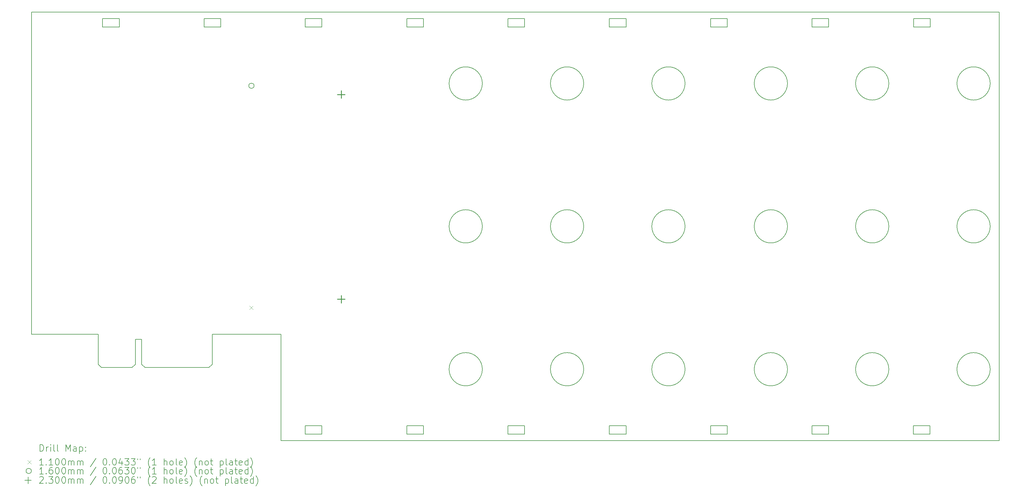
<source format=gbr>
%TF.GenerationSoftware,KiCad,Pcbnew,6.0.7-f9a2dced07~116~ubuntu22.04.1*%
%TF.CreationDate,2023-04-06T14:06:33+01:00*%
%TF.ProjectId,hiltop_backplane_brd,68696c74-6f70-45f6-9261-636b706c616e,A*%
%TF.SameCoordinates,Original*%
%TF.FileFunction,Drillmap*%
%TF.FilePolarity,Positive*%
%FSLAX45Y45*%
G04 Gerber Fmt 4.5, Leading zero omitted, Abs format (unit mm)*
G04 Created by KiCad (PCBNEW 6.0.7-f9a2dced07~116~ubuntu22.04.1) date 2023-04-06 14:06:33*
%MOMM*%
%LPD*%
G01*
G04 APERTURE LIST*
%ADD10C,0.150000*%
%ADD11C,0.200000*%
%ADD12C,0.110000*%
%ADD13C,0.160000*%
%ADD14C,0.230000*%
G04 APERTURE END LIST*
D10*
X17984000Y-5070000D02*
G75*
G03*
X17984000Y-5070000I-500000J0D01*
G01*
X21032000Y-5070000D02*
G75*
G03*
X21032000Y-5070000I-500000J0D01*
G01*
X24080000Y-5070000D02*
G75*
G03*
X24080000Y-5070000I-500000J0D01*
G01*
X21032000Y-9370000D02*
G75*
G03*
X21032000Y-9370000I-500000J0D01*
G01*
X24080000Y-9370000D02*
G75*
G03*
X24080000Y-9370000I-500000J0D01*
G01*
X17984000Y-13670000D02*
G75*
G03*
X17984000Y-13670000I-500000J0D01*
G01*
X21032000Y-13670000D02*
G75*
G03*
X21032000Y-13670000I-500000J0D01*
G01*
X24080000Y-13670000D02*
G75*
G03*
X24080000Y-13670000I-500000J0D01*
G01*
X17984000Y-9370000D02*
G75*
G03*
X17984000Y-9370000I-500000J0D01*
G01*
X24850000Y-3115000D02*
X24850000Y-3375000D01*
X28400000Y-3375000D02*
X28400000Y-3115000D01*
X27160000Y-13670000D02*
G75*
G03*
X27160000Y-13670000I-500000J0D01*
G01*
X6530000Y-13620000D02*
X7450000Y-13620000D01*
X7550000Y-13520000D02*
X7550000Y-12770000D01*
X24850000Y-3375000D02*
X25350000Y-3375000D01*
X13160000Y-15625000D02*
X13160000Y-15365000D01*
X15710000Y-3115000D02*
X15710000Y-3375000D01*
X13160000Y-15365000D02*
X12660000Y-15365000D01*
X19255000Y-15365000D02*
X18755000Y-15365000D01*
X6565000Y-3375000D02*
X7065000Y-3375000D01*
X16210000Y-3115000D02*
X15710000Y-3115000D01*
X10115000Y-3375000D02*
X10115000Y-3115000D01*
X12660000Y-15625000D02*
X13160000Y-15625000D01*
X16210000Y-15625000D02*
X16210000Y-15365000D01*
X27900000Y-3115000D02*
X27900000Y-3375000D01*
X12660000Y-3115000D02*
X12660000Y-3375000D01*
X9615000Y-3115000D02*
X9615000Y-3375000D01*
X9860000Y-12620000D02*
X11930000Y-12620000D01*
X13160000Y-3115000D02*
X12660000Y-3115000D01*
X22305000Y-15365000D02*
X21805000Y-15365000D01*
X19255000Y-3375000D02*
X19255000Y-3115000D01*
X30945000Y-15365000D02*
X30945000Y-15625000D01*
X28400000Y-15365000D02*
X27900000Y-15365000D01*
X7065000Y-3115000D02*
X6565000Y-3115000D01*
X16210000Y-3375000D02*
X16210000Y-3115000D01*
X30208000Y-13670000D02*
G75*
G03*
X30208000Y-13670000I-500000J0D01*
G01*
X30945000Y-15625000D02*
X31445000Y-15625000D01*
X28400000Y-15625000D02*
X28400000Y-15365000D01*
X24850000Y-15625000D02*
X25350000Y-15625000D01*
X15710000Y-15625000D02*
X16210000Y-15625000D01*
X24850000Y-15365000D02*
X24850000Y-15625000D01*
X21805000Y-15625000D02*
X22305000Y-15625000D01*
X21805000Y-3115000D02*
X21805000Y-3375000D01*
X16210000Y-15365000D02*
X15710000Y-15365000D01*
X33256000Y-9370000D02*
G75*
G03*
X33256000Y-9370000I-500000J0D01*
G01*
X7550000Y-13520000D02*
X7450000Y-13620000D01*
X12660000Y-15365000D02*
X12660000Y-15625000D01*
X31445000Y-15365000D02*
X30945000Y-15365000D01*
X9760000Y-13620000D02*
X9860000Y-13520000D01*
X15710000Y-3375000D02*
X16210000Y-3375000D01*
X33256000Y-5070000D02*
G75*
G03*
X33256000Y-5070000I-500000J0D01*
G01*
X7065000Y-3375000D02*
X7065000Y-3115000D01*
X22305000Y-15625000D02*
X22305000Y-15365000D01*
X27160000Y-5070000D02*
G75*
G03*
X27160000Y-5070000I-500000J0D01*
G01*
X6565000Y-3115000D02*
X6565000Y-3375000D01*
X19255000Y-3115000D02*
X18755000Y-3115000D01*
X30208000Y-9370000D02*
G75*
G03*
X30208000Y-9370000I-500000J0D01*
G01*
X18755000Y-15365000D02*
X18755000Y-15625000D01*
X4430000Y-2920000D02*
X33530000Y-2920000D01*
X13160000Y-3375000D02*
X13160000Y-3115000D01*
X9615000Y-3375000D02*
X10115000Y-3375000D01*
X18755000Y-3375000D02*
X19255000Y-3375000D01*
X6430000Y-13520000D02*
X6430000Y-12620000D01*
X31450000Y-3115000D02*
X30950000Y-3115000D01*
X21805000Y-15365000D02*
X21805000Y-15625000D01*
X27160000Y-9370000D02*
G75*
G03*
X27160000Y-9370000I-500000J0D01*
G01*
X25350000Y-3375000D02*
X25350000Y-3115000D01*
X27900000Y-15625000D02*
X28400000Y-15625000D01*
X33256000Y-13670000D02*
G75*
G03*
X33256000Y-13670000I-500000J0D01*
G01*
X7740000Y-13520000D02*
X7840000Y-13620000D01*
X11930000Y-13620000D02*
X11930000Y-15820000D01*
X30950000Y-3115000D02*
X30950000Y-3375000D01*
X4430000Y-12620000D02*
X4430000Y-2920000D01*
X21805000Y-3375000D02*
X22305000Y-3375000D01*
X31445000Y-15625000D02*
X31445000Y-15365000D01*
X28400000Y-3115000D02*
X27900000Y-3115000D01*
X11930000Y-12620000D02*
X11930000Y-13620000D01*
X7840000Y-13620000D02*
X9760000Y-13620000D01*
X27900000Y-15365000D02*
X27900000Y-15625000D01*
X27900000Y-3375000D02*
X28400000Y-3375000D01*
X25350000Y-15365000D02*
X24850000Y-15365000D01*
X6430000Y-13520000D02*
X6530000Y-13620000D01*
X18755000Y-15625000D02*
X19255000Y-15625000D01*
X7550000Y-12770000D02*
X7740000Y-12770000D01*
X10115000Y-3115000D02*
X9615000Y-3115000D01*
X19255000Y-15625000D02*
X19255000Y-15365000D01*
X25350000Y-3115000D02*
X24850000Y-3115000D01*
X12660000Y-3375000D02*
X13160000Y-3375000D01*
X9860000Y-13520000D02*
X9860000Y-12770000D01*
X33530000Y-2920000D02*
X33530000Y-15820000D01*
X18755000Y-3115000D02*
X18755000Y-3375000D01*
X30208000Y-5070000D02*
G75*
G03*
X30208000Y-5070000I-500000J0D01*
G01*
X15710000Y-15365000D02*
X15710000Y-15625000D01*
X22305000Y-3115000D02*
X21805000Y-3115000D01*
X9860000Y-12770000D02*
X9860000Y-12620000D01*
X33530000Y-15820000D02*
X11930000Y-15820000D01*
X30950000Y-3375000D02*
X31450000Y-3375000D01*
X25350000Y-15625000D02*
X25350000Y-15365000D01*
X7740000Y-12770000D02*
X7740000Y-13520000D01*
X31450000Y-3375000D02*
X31450000Y-3115000D01*
X6430000Y-12620000D02*
X4430000Y-12620000D01*
X22305000Y-3375000D02*
X22305000Y-3115000D01*
D11*
D12*
X10985000Y-11765000D02*
X11095000Y-11875000D01*
X11095000Y-11765000D02*
X10985000Y-11875000D01*
D13*
X11120000Y-5140000D02*
G75*
G03*
X11120000Y-5140000I-80000J0D01*
G01*
D14*
X13740000Y-5285000D02*
X13740000Y-5515000D01*
X13625000Y-5400000D02*
X13855000Y-5400000D01*
X13740000Y-11445000D02*
X13740000Y-11675000D01*
X13625000Y-11560000D02*
X13855000Y-11560000D01*
D11*
X4680119Y-16137976D02*
X4680119Y-15937976D01*
X4727738Y-15937976D01*
X4756310Y-15947500D01*
X4775357Y-15966548D01*
X4784881Y-15985595D01*
X4794405Y-16023690D01*
X4794405Y-16052262D01*
X4784881Y-16090357D01*
X4775357Y-16109405D01*
X4756310Y-16128452D01*
X4727738Y-16137976D01*
X4680119Y-16137976D01*
X4880119Y-16137976D02*
X4880119Y-16004643D01*
X4880119Y-16042738D02*
X4889643Y-16023690D01*
X4899167Y-16014167D01*
X4918214Y-16004643D01*
X4937262Y-16004643D01*
X5003929Y-16137976D02*
X5003929Y-16004643D01*
X5003929Y-15937976D02*
X4994405Y-15947500D01*
X5003929Y-15957024D01*
X5013452Y-15947500D01*
X5003929Y-15937976D01*
X5003929Y-15957024D01*
X5127738Y-16137976D02*
X5108690Y-16128452D01*
X5099167Y-16109405D01*
X5099167Y-15937976D01*
X5232500Y-16137976D02*
X5213452Y-16128452D01*
X5203929Y-16109405D01*
X5203929Y-15937976D01*
X5461071Y-16137976D02*
X5461071Y-15937976D01*
X5527738Y-16080833D01*
X5594405Y-15937976D01*
X5594405Y-16137976D01*
X5775357Y-16137976D02*
X5775357Y-16033214D01*
X5765833Y-16014167D01*
X5746786Y-16004643D01*
X5708690Y-16004643D01*
X5689643Y-16014167D01*
X5775357Y-16128452D02*
X5756309Y-16137976D01*
X5708690Y-16137976D01*
X5689643Y-16128452D01*
X5680119Y-16109405D01*
X5680119Y-16090357D01*
X5689643Y-16071309D01*
X5708690Y-16061786D01*
X5756309Y-16061786D01*
X5775357Y-16052262D01*
X5870595Y-16004643D02*
X5870595Y-16204643D01*
X5870595Y-16014167D02*
X5889643Y-16004643D01*
X5927738Y-16004643D01*
X5946786Y-16014167D01*
X5956309Y-16023690D01*
X5965833Y-16042738D01*
X5965833Y-16099881D01*
X5956309Y-16118928D01*
X5946786Y-16128452D01*
X5927738Y-16137976D01*
X5889643Y-16137976D01*
X5870595Y-16128452D01*
X6051548Y-16118928D02*
X6061071Y-16128452D01*
X6051548Y-16137976D01*
X6042024Y-16128452D01*
X6051548Y-16118928D01*
X6051548Y-16137976D01*
X6051548Y-16014167D02*
X6061071Y-16023690D01*
X6051548Y-16033214D01*
X6042024Y-16023690D01*
X6051548Y-16014167D01*
X6051548Y-16033214D01*
D12*
X4312500Y-16412500D02*
X4422500Y-16522500D01*
X4422500Y-16412500D02*
X4312500Y-16522500D01*
D11*
X4784881Y-16557976D02*
X4670595Y-16557976D01*
X4727738Y-16557976D02*
X4727738Y-16357976D01*
X4708690Y-16386548D01*
X4689643Y-16405595D01*
X4670595Y-16415119D01*
X4870595Y-16538928D02*
X4880119Y-16548452D01*
X4870595Y-16557976D01*
X4861071Y-16548452D01*
X4870595Y-16538928D01*
X4870595Y-16557976D01*
X5070595Y-16557976D02*
X4956310Y-16557976D01*
X5013452Y-16557976D02*
X5013452Y-16357976D01*
X4994405Y-16386548D01*
X4975357Y-16405595D01*
X4956310Y-16415119D01*
X5194405Y-16357976D02*
X5213452Y-16357976D01*
X5232500Y-16367500D01*
X5242024Y-16377024D01*
X5251548Y-16396071D01*
X5261071Y-16434167D01*
X5261071Y-16481786D01*
X5251548Y-16519881D01*
X5242024Y-16538928D01*
X5232500Y-16548452D01*
X5213452Y-16557976D01*
X5194405Y-16557976D01*
X5175357Y-16548452D01*
X5165833Y-16538928D01*
X5156310Y-16519881D01*
X5146786Y-16481786D01*
X5146786Y-16434167D01*
X5156310Y-16396071D01*
X5165833Y-16377024D01*
X5175357Y-16367500D01*
X5194405Y-16357976D01*
X5384881Y-16357976D02*
X5403929Y-16357976D01*
X5422976Y-16367500D01*
X5432500Y-16377024D01*
X5442024Y-16396071D01*
X5451548Y-16434167D01*
X5451548Y-16481786D01*
X5442024Y-16519881D01*
X5432500Y-16538928D01*
X5422976Y-16548452D01*
X5403929Y-16557976D01*
X5384881Y-16557976D01*
X5365833Y-16548452D01*
X5356310Y-16538928D01*
X5346786Y-16519881D01*
X5337262Y-16481786D01*
X5337262Y-16434167D01*
X5346786Y-16396071D01*
X5356310Y-16377024D01*
X5365833Y-16367500D01*
X5384881Y-16357976D01*
X5537262Y-16557976D02*
X5537262Y-16424643D01*
X5537262Y-16443690D02*
X5546786Y-16434167D01*
X5565833Y-16424643D01*
X5594405Y-16424643D01*
X5613452Y-16434167D01*
X5622976Y-16453214D01*
X5622976Y-16557976D01*
X5622976Y-16453214D02*
X5632500Y-16434167D01*
X5651548Y-16424643D01*
X5680119Y-16424643D01*
X5699167Y-16434167D01*
X5708690Y-16453214D01*
X5708690Y-16557976D01*
X5803928Y-16557976D02*
X5803928Y-16424643D01*
X5803928Y-16443690D02*
X5813452Y-16434167D01*
X5832500Y-16424643D01*
X5861071Y-16424643D01*
X5880119Y-16434167D01*
X5889643Y-16453214D01*
X5889643Y-16557976D01*
X5889643Y-16453214D02*
X5899167Y-16434167D01*
X5918214Y-16424643D01*
X5946786Y-16424643D01*
X5965833Y-16434167D01*
X5975357Y-16453214D01*
X5975357Y-16557976D01*
X6365833Y-16348452D02*
X6194405Y-16605595D01*
X6622976Y-16357976D02*
X6642024Y-16357976D01*
X6661071Y-16367500D01*
X6670595Y-16377024D01*
X6680119Y-16396071D01*
X6689643Y-16434167D01*
X6689643Y-16481786D01*
X6680119Y-16519881D01*
X6670595Y-16538928D01*
X6661071Y-16548452D01*
X6642024Y-16557976D01*
X6622976Y-16557976D01*
X6603928Y-16548452D01*
X6594405Y-16538928D01*
X6584881Y-16519881D01*
X6575357Y-16481786D01*
X6575357Y-16434167D01*
X6584881Y-16396071D01*
X6594405Y-16377024D01*
X6603928Y-16367500D01*
X6622976Y-16357976D01*
X6775357Y-16538928D02*
X6784881Y-16548452D01*
X6775357Y-16557976D01*
X6765833Y-16548452D01*
X6775357Y-16538928D01*
X6775357Y-16557976D01*
X6908690Y-16357976D02*
X6927738Y-16357976D01*
X6946786Y-16367500D01*
X6956309Y-16377024D01*
X6965833Y-16396071D01*
X6975357Y-16434167D01*
X6975357Y-16481786D01*
X6965833Y-16519881D01*
X6956309Y-16538928D01*
X6946786Y-16548452D01*
X6927738Y-16557976D01*
X6908690Y-16557976D01*
X6889643Y-16548452D01*
X6880119Y-16538928D01*
X6870595Y-16519881D01*
X6861071Y-16481786D01*
X6861071Y-16434167D01*
X6870595Y-16396071D01*
X6880119Y-16377024D01*
X6889643Y-16367500D01*
X6908690Y-16357976D01*
X7146786Y-16424643D02*
X7146786Y-16557976D01*
X7099167Y-16348452D02*
X7051548Y-16491309D01*
X7175357Y-16491309D01*
X7232500Y-16357976D02*
X7356309Y-16357976D01*
X7289643Y-16434167D01*
X7318214Y-16434167D01*
X7337262Y-16443690D01*
X7346786Y-16453214D01*
X7356309Y-16472262D01*
X7356309Y-16519881D01*
X7346786Y-16538928D01*
X7337262Y-16548452D01*
X7318214Y-16557976D01*
X7261071Y-16557976D01*
X7242024Y-16548452D01*
X7232500Y-16538928D01*
X7422976Y-16357976D02*
X7546786Y-16357976D01*
X7480119Y-16434167D01*
X7508690Y-16434167D01*
X7527738Y-16443690D01*
X7537262Y-16453214D01*
X7546786Y-16472262D01*
X7546786Y-16519881D01*
X7537262Y-16538928D01*
X7527738Y-16548452D01*
X7508690Y-16557976D01*
X7451548Y-16557976D01*
X7432500Y-16548452D01*
X7422976Y-16538928D01*
X7622976Y-16357976D02*
X7622976Y-16396071D01*
X7699167Y-16357976D02*
X7699167Y-16396071D01*
X7994405Y-16634167D02*
X7984881Y-16624643D01*
X7965833Y-16596071D01*
X7956309Y-16577024D01*
X7946786Y-16548452D01*
X7937262Y-16500833D01*
X7937262Y-16462738D01*
X7946786Y-16415119D01*
X7956309Y-16386548D01*
X7965833Y-16367500D01*
X7984881Y-16338928D01*
X7994405Y-16329405D01*
X8175357Y-16557976D02*
X8061071Y-16557976D01*
X8118214Y-16557976D02*
X8118214Y-16357976D01*
X8099167Y-16386548D01*
X8080119Y-16405595D01*
X8061071Y-16415119D01*
X8413452Y-16557976D02*
X8413452Y-16357976D01*
X8499167Y-16557976D02*
X8499167Y-16453214D01*
X8489643Y-16434167D01*
X8470595Y-16424643D01*
X8442024Y-16424643D01*
X8422976Y-16434167D01*
X8413452Y-16443690D01*
X8622976Y-16557976D02*
X8603929Y-16548452D01*
X8594405Y-16538928D01*
X8584881Y-16519881D01*
X8584881Y-16462738D01*
X8594405Y-16443690D01*
X8603929Y-16434167D01*
X8622976Y-16424643D01*
X8651548Y-16424643D01*
X8670595Y-16434167D01*
X8680119Y-16443690D01*
X8689643Y-16462738D01*
X8689643Y-16519881D01*
X8680119Y-16538928D01*
X8670595Y-16548452D01*
X8651548Y-16557976D01*
X8622976Y-16557976D01*
X8803929Y-16557976D02*
X8784881Y-16548452D01*
X8775357Y-16529405D01*
X8775357Y-16357976D01*
X8956310Y-16548452D02*
X8937262Y-16557976D01*
X8899167Y-16557976D01*
X8880119Y-16548452D01*
X8870595Y-16529405D01*
X8870595Y-16453214D01*
X8880119Y-16434167D01*
X8899167Y-16424643D01*
X8937262Y-16424643D01*
X8956310Y-16434167D01*
X8965833Y-16453214D01*
X8965833Y-16472262D01*
X8870595Y-16491309D01*
X9032500Y-16634167D02*
X9042024Y-16624643D01*
X9061071Y-16596071D01*
X9070595Y-16577024D01*
X9080119Y-16548452D01*
X9089643Y-16500833D01*
X9089643Y-16462738D01*
X9080119Y-16415119D01*
X9070595Y-16386548D01*
X9061071Y-16367500D01*
X9042024Y-16338928D01*
X9032500Y-16329405D01*
X9394405Y-16634167D02*
X9384881Y-16624643D01*
X9365833Y-16596071D01*
X9356310Y-16577024D01*
X9346786Y-16548452D01*
X9337262Y-16500833D01*
X9337262Y-16462738D01*
X9346786Y-16415119D01*
X9356310Y-16386548D01*
X9365833Y-16367500D01*
X9384881Y-16338928D01*
X9394405Y-16329405D01*
X9470595Y-16424643D02*
X9470595Y-16557976D01*
X9470595Y-16443690D02*
X9480119Y-16434167D01*
X9499167Y-16424643D01*
X9527738Y-16424643D01*
X9546786Y-16434167D01*
X9556310Y-16453214D01*
X9556310Y-16557976D01*
X9680119Y-16557976D02*
X9661071Y-16548452D01*
X9651548Y-16538928D01*
X9642024Y-16519881D01*
X9642024Y-16462738D01*
X9651548Y-16443690D01*
X9661071Y-16434167D01*
X9680119Y-16424643D01*
X9708690Y-16424643D01*
X9727738Y-16434167D01*
X9737262Y-16443690D01*
X9746786Y-16462738D01*
X9746786Y-16519881D01*
X9737262Y-16538928D01*
X9727738Y-16548452D01*
X9708690Y-16557976D01*
X9680119Y-16557976D01*
X9803929Y-16424643D02*
X9880119Y-16424643D01*
X9832500Y-16357976D02*
X9832500Y-16529405D01*
X9842024Y-16548452D01*
X9861071Y-16557976D01*
X9880119Y-16557976D01*
X10099167Y-16424643D02*
X10099167Y-16624643D01*
X10099167Y-16434167D02*
X10118214Y-16424643D01*
X10156310Y-16424643D01*
X10175357Y-16434167D01*
X10184881Y-16443690D01*
X10194405Y-16462738D01*
X10194405Y-16519881D01*
X10184881Y-16538928D01*
X10175357Y-16548452D01*
X10156310Y-16557976D01*
X10118214Y-16557976D01*
X10099167Y-16548452D01*
X10308690Y-16557976D02*
X10289643Y-16548452D01*
X10280119Y-16529405D01*
X10280119Y-16357976D01*
X10470595Y-16557976D02*
X10470595Y-16453214D01*
X10461071Y-16434167D01*
X10442024Y-16424643D01*
X10403929Y-16424643D01*
X10384881Y-16434167D01*
X10470595Y-16548452D02*
X10451548Y-16557976D01*
X10403929Y-16557976D01*
X10384881Y-16548452D01*
X10375357Y-16529405D01*
X10375357Y-16510357D01*
X10384881Y-16491309D01*
X10403929Y-16481786D01*
X10451548Y-16481786D01*
X10470595Y-16472262D01*
X10537262Y-16424643D02*
X10613452Y-16424643D01*
X10565833Y-16357976D02*
X10565833Y-16529405D01*
X10575357Y-16548452D01*
X10594405Y-16557976D01*
X10613452Y-16557976D01*
X10756310Y-16548452D02*
X10737262Y-16557976D01*
X10699167Y-16557976D01*
X10680119Y-16548452D01*
X10670595Y-16529405D01*
X10670595Y-16453214D01*
X10680119Y-16434167D01*
X10699167Y-16424643D01*
X10737262Y-16424643D01*
X10756310Y-16434167D01*
X10765833Y-16453214D01*
X10765833Y-16472262D01*
X10670595Y-16491309D01*
X10937262Y-16557976D02*
X10937262Y-16357976D01*
X10937262Y-16548452D02*
X10918214Y-16557976D01*
X10880119Y-16557976D01*
X10861071Y-16548452D01*
X10851548Y-16538928D01*
X10842024Y-16519881D01*
X10842024Y-16462738D01*
X10851548Y-16443690D01*
X10861071Y-16434167D01*
X10880119Y-16424643D01*
X10918214Y-16424643D01*
X10937262Y-16434167D01*
X11013452Y-16634167D02*
X11022976Y-16624643D01*
X11042024Y-16596071D01*
X11051548Y-16577024D01*
X11061071Y-16548452D01*
X11070595Y-16500833D01*
X11070595Y-16462738D01*
X11061071Y-16415119D01*
X11051548Y-16386548D01*
X11042024Y-16367500D01*
X11022976Y-16338928D01*
X11013452Y-16329405D01*
D13*
X4422500Y-16731500D02*
G75*
G03*
X4422500Y-16731500I-80000J0D01*
G01*
D11*
X4784881Y-16821976D02*
X4670595Y-16821976D01*
X4727738Y-16821976D02*
X4727738Y-16621976D01*
X4708690Y-16650548D01*
X4689643Y-16669595D01*
X4670595Y-16679119D01*
X4870595Y-16802929D02*
X4880119Y-16812452D01*
X4870595Y-16821976D01*
X4861071Y-16812452D01*
X4870595Y-16802929D01*
X4870595Y-16821976D01*
X5051548Y-16621976D02*
X5013452Y-16621976D01*
X4994405Y-16631500D01*
X4984881Y-16641024D01*
X4965833Y-16669595D01*
X4956310Y-16707690D01*
X4956310Y-16783881D01*
X4965833Y-16802929D01*
X4975357Y-16812452D01*
X4994405Y-16821976D01*
X5032500Y-16821976D01*
X5051548Y-16812452D01*
X5061071Y-16802929D01*
X5070595Y-16783881D01*
X5070595Y-16736262D01*
X5061071Y-16717214D01*
X5051548Y-16707690D01*
X5032500Y-16698167D01*
X4994405Y-16698167D01*
X4975357Y-16707690D01*
X4965833Y-16717214D01*
X4956310Y-16736262D01*
X5194405Y-16621976D02*
X5213452Y-16621976D01*
X5232500Y-16631500D01*
X5242024Y-16641024D01*
X5251548Y-16660071D01*
X5261071Y-16698167D01*
X5261071Y-16745786D01*
X5251548Y-16783881D01*
X5242024Y-16802929D01*
X5232500Y-16812452D01*
X5213452Y-16821976D01*
X5194405Y-16821976D01*
X5175357Y-16812452D01*
X5165833Y-16802929D01*
X5156310Y-16783881D01*
X5146786Y-16745786D01*
X5146786Y-16698167D01*
X5156310Y-16660071D01*
X5165833Y-16641024D01*
X5175357Y-16631500D01*
X5194405Y-16621976D01*
X5384881Y-16621976D02*
X5403929Y-16621976D01*
X5422976Y-16631500D01*
X5432500Y-16641024D01*
X5442024Y-16660071D01*
X5451548Y-16698167D01*
X5451548Y-16745786D01*
X5442024Y-16783881D01*
X5432500Y-16802929D01*
X5422976Y-16812452D01*
X5403929Y-16821976D01*
X5384881Y-16821976D01*
X5365833Y-16812452D01*
X5356310Y-16802929D01*
X5346786Y-16783881D01*
X5337262Y-16745786D01*
X5337262Y-16698167D01*
X5346786Y-16660071D01*
X5356310Y-16641024D01*
X5365833Y-16631500D01*
X5384881Y-16621976D01*
X5537262Y-16821976D02*
X5537262Y-16688643D01*
X5537262Y-16707690D02*
X5546786Y-16698167D01*
X5565833Y-16688643D01*
X5594405Y-16688643D01*
X5613452Y-16698167D01*
X5622976Y-16717214D01*
X5622976Y-16821976D01*
X5622976Y-16717214D02*
X5632500Y-16698167D01*
X5651548Y-16688643D01*
X5680119Y-16688643D01*
X5699167Y-16698167D01*
X5708690Y-16717214D01*
X5708690Y-16821976D01*
X5803928Y-16821976D02*
X5803928Y-16688643D01*
X5803928Y-16707690D02*
X5813452Y-16698167D01*
X5832500Y-16688643D01*
X5861071Y-16688643D01*
X5880119Y-16698167D01*
X5889643Y-16717214D01*
X5889643Y-16821976D01*
X5889643Y-16717214D02*
X5899167Y-16698167D01*
X5918214Y-16688643D01*
X5946786Y-16688643D01*
X5965833Y-16698167D01*
X5975357Y-16717214D01*
X5975357Y-16821976D01*
X6365833Y-16612452D02*
X6194405Y-16869595D01*
X6622976Y-16621976D02*
X6642024Y-16621976D01*
X6661071Y-16631500D01*
X6670595Y-16641024D01*
X6680119Y-16660071D01*
X6689643Y-16698167D01*
X6689643Y-16745786D01*
X6680119Y-16783881D01*
X6670595Y-16802929D01*
X6661071Y-16812452D01*
X6642024Y-16821976D01*
X6622976Y-16821976D01*
X6603928Y-16812452D01*
X6594405Y-16802929D01*
X6584881Y-16783881D01*
X6575357Y-16745786D01*
X6575357Y-16698167D01*
X6584881Y-16660071D01*
X6594405Y-16641024D01*
X6603928Y-16631500D01*
X6622976Y-16621976D01*
X6775357Y-16802929D02*
X6784881Y-16812452D01*
X6775357Y-16821976D01*
X6765833Y-16812452D01*
X6775357Y-16802929D01*
X6775357Y-16821976D01*
X6908690Y-16621976D02*
X6927738Y-16621976D01*
X6946786Y-16631500D01*
X6956309Y-16641024D01*
X6965833Y-16660071D01*
X6975357Y-16698167D01*
X6975357Y-16745786D01*
X6965833Y-16783881D01*
X6956309Y-16802929D01*
X6946786Y-16812452D01*
X6927738Y-16821976D01*
X6908690Y-16821976D01*
X6889643Y-16812452D01*
X6880119Y-16802929D01*
X6870595Y-16783881D01*
X6861071Y-16745786D01*
X6861071Y-16698167D01*
X6870595Y-16660071D01*
X6880119Y-16641024D01*
X6889643Y-16631500D01*
X6908690Y-16621976D01*
X7146786Y-16621976D02*
X7108690Y-16621976D01*
X7089643Y-16631500D01*
X7080119Y-16641024D01*
X7061071Y-16669595D01*
X7051548Y-16707690D01*
X7051548Y-16783881D01*
X7061071Y-16802929D01*
X7070595Y-16812452D01*
X7089643Y-16821976D01*
X7127738Y-16821976D01*
X7146786Y-16812452D01*
X7156309Y-16802929D01*
X7165833Y-16783881D01*
X7165833Y-16736262D01*
X7156309Y-16717214D01*
X7146786Y-16707690D01*
X7127738Y-16698167D01*
X7089643Y-16698167D01*
X7070595Y-16707690D01*
X7061071Y-16717214D01*
X7051548Y-16736262D01*
X7232500Y-16621976D02*
X7356309Y-16621976D01*
X7289643Y-16698167D01*
X7318214Y-16698167D01*
X7337262Y-16707690D01*
X7346786Y-16717214D01*
X7356309Y-16736262D01*
X7356309Y-16783881D01*
X7346786Y-16802929D01*
X7337262Y-16812452D01*
X7318214Y-16821976D01*
X7261071Y-16821976D01*
X7242024Y-16812452D01*
X7232500Y-16802929D01*
X7480119Y-16621976D02*
X7499167Y-16621976D01*
X7518214Y-16631500D01*
X7527738Y-16641024D01*
X7537262Y-16660071D01*
X7546786Y-16698167D01*
X7546786Y-16745786D01*
X7537262Y-16783881D01*
X7527738Y-16802929D01*
X7518214Y-16812452D01*
X7499167Y-16821976D01*
X7480119Y-16821976D01*
X7461071Y-16812452D01*
X7451548Y-16802929D01*
X7442024Y-16783881D01*
X7432500Y-16745786D01*
X7432500Y-16698167D01*
X7442024Y-16660071D01*
X7451548Y-16641024D01*
X7461071Y-16631500D01*
X7480119Y-16621976D01*
X7622976Y-16621976D02*
X7622976Y-16660071D01*
X7699167Y-16621976D02*
X7699167Y-16660071D01*
X7994405Y-16898167D02*
X7984881Y-16888643D01*
X7965833Y-16860071D01*
X7956309Y-16841024D01*
X7946786Y-16812452D01*
X7937262Y-16764833D01*
X7937262Y-16726738D01*
X7946786Y-16679119D01*
X7956309Y-16650548D01*
X7965833Y-16631500D01*
X7984881Y-16602928D01*
X7994405Y-16593405D01*
X8175357Y-16821976D02*
X8061071Y-16821976D01*
X8118214Y-16821976D02*
X8118214Y-16621976D01*
X8099167Y-16650548D01*
X8080119Y-16669595D01*
X8061071Y-16679119D01*
X8413452Y-16821976D02*
X8413452Y-16621976D01*
X8499167Y-16821976D02*
X8499167Y-16717214D01*
X8489643Y-16698167D01*
X8470595Y-16688643D01*
X8442024Y-16688643D01*
X8422976Y-16698167D01*
X8413452Y-16707690D01*
X8622976Y-16821976D02*
X8603929Y-16812452D01*
X8594405Y-16802929D01*
X8584881Y-16783881D01*
X8584881Y-16726738D01*
X8594405Y-16707690D01*
X8603929Y-16698167D01*
X8622976Y-16688643D01*
X8651548Y-16688643D01*
X8670595Y-16698167D01*
X8680119Y-16707690D01*
X8689643Y-16726738D01*
X8689643Y-16783881D01*
X8680119Y-16802929D01*
X8670595Y-16812452D01*
X8651548Y-16821976D01*
X8622976Y-16821976D01*
X8803929Y-16821976D02*
X8784881Y-16812452D01*
X8775357Y-16793405D01*
X8775357Y-16621976D01*
X8956310Y-16812452D02*
X8937262Y-16821976D01*
X8899167Y-16821976D01*
X8880119Y-16812452D01*
X8870595Y-16793405D01*
X8870595Y-16717214D01*
X8880119Y-16698167D01*
X8899167Y-16688643D01*
X8937262Y-16688643D01*
X8956310Y-16698167D01*
X8965833Y-16717214D01*
X8965833Y-16736262D01*
X8870595Y-16755309D01*
X9032500Y-16898167D02*
X9042024Y-16888643D01*
X9061071Y-16860071D01*
X9070595Y-16841024D01*
X9080119Y-16812452D01*
X9089643Y-16764833D01*
X9089643Y-16726738D01*
X9080119Y-16679119D01*
X9070595Y-16650548D01*
X9061071Y-16631500D01*
X9042024Y-16602928D01*
X9032500Y-16593405D01*
X9394405Y-16898167D02*
X9384881Y-16888643D01*
X9365833Y-16860071D01*
X9356310Y-16841024D01*
X9346786Y-16812452D01*
X9337262Y-16764833D01*
X9337262Y-16726738D01*
X9346786Y-16679119D01*
X9356310Y-16650548D01*
X9365833Y-16631500D01*
X9384881Y-16602928D01*
X9394405Y-16593405D01*
X9470595Y-16688643D02*
X9470595Y-16821976D01*
X9470595Y-16707690D02*
X9480119Y-16698167D01*
X9499167Y-16688643D01*
X9527738Y-16688643D01*
X9546786Y-16698167D01*
X9556310Y-16717214D01*
X9556310Y-16821976D01*
X9680119Y-16821976D02*
X9661071Y-16812452D01*
X9651548Y-16802929D01*
X9642024Y-16783881D01*
X9642024Y-16726738D01*
X9651548Y-16707690D01*
X9661071Y-16698167D01*
X9680119Y-16688643D01*
X9708690Y-16688643D01*
X9727738Y-16698167D01*
X9737262Y-16707690D01*
X9746786Y-16726738D01*
X9746786Y-16783881D01*
X9737262Y-16802929D01*
X9727738Y-16812452D01*
X9708690Y-16821976D01*
X9680119Y-16821976D01*
X9803929Y-16688643D02*
X9880119Y-16688643D01*
X9832500Y-16621976D02*
X9832500Y-16793405D01*
X9842024Y-16812452D01*
X9861071Y-16821976D01*
X9880119Y-16821976D01*
X10099167Y-16688643D02*
X10099167Y-16888643D01*
X10099167Y-16698167D02*
X10118214Y-16688643D01*
X10156310Y-16688643D01*
X10175357Y-16698167D01*
X10184881Y-16707690D01*
X10194405Y-16726738D01*
X10194405Y-16783881D01*
X10184881Y-16802929D01*
X10175357Y-16812452D01*
X10156310Y-16821976D01*
X10118214Y-16821976D01*
X10099167Y-16812452D01*
X10308690Y-16821976D02*
X10289643Y-16812452D01*
X10280119Y-16793405D01*
X10280119Y-16621976D01*
X10470595Y-16821976D02*
X10470595Y-16717214D01*
X10461071Y-16698167D01*
X10442024Y-16688643D01*
X10403929Y-16688643D01*
X10384881Y-16698167D01*
X10470595Y-16812452D02*
X10451548Y-16821976D01*
X10403929Y-16821976D01*
X10384881Y-16812452D01*
X10375357Y-16793405D01*
X10375357Y-16774357D01*
X10384881Y-16755309D01*
X10403929Y-16745786D01*
X10451548Y-16745786D01*
X10470595Y-16736262D01*
X10537262Y-16688643D02*
X10613452Y-16688643D01*
X10565833Y-16621976D02*
X10565833Y-16793405D01*
X10575357Y-16812452D01*
X10594405Y-16821976D01*
X10613452Y-16821976D01*
X10756310Y-16812452D02*
X10737262Y-16821976D01*
X10699167Y-16821976D01*
X10680119Y-16812452D01*
X10670595Y-16793405D01*
X10670595Y-16717214D01*
X10680119Y-16698167D01*
X10699167Y-16688643D01*
X10737262Y-16688643D01*
X10756310Y-16698167D01*
X10765833Y-16717214D01*
X10765833Y-16736262D01*
X10670595Y-16755309D01*
X10937262Y-16821976D02*
X10937262Y-16621976D01*
X10937262Y-16812452D02*
X10918214Y-16821976D01*
X10880119Y-16821976D01*
X10861071Y-16812452D01*
X10851548Y-16802929D01*
X10842024Y-16783881D01*
X10842024Y-16726738D01*
X10851548Y-16707690D01*
X10861071Y-16698167D01*
X10880119Y-16688643D01*
X10918214Y-16688643D01*
X10937262Y-16698167D01*
X11013452Y-16898167D02*
X11022976Y-16888643D01*
X11042024Y-16860071D01*
X11051548Y-16841024D01*
X11061071Y-16812452D01*
X11070595Y-16764833D01*
X11070595Y-16726738D01*
X11061071Y-16679119D01*
X11051548Y-16650548D01*
X11042024Y-16631500D01*
X11022976Y-16602928D01*
X11013452Y-16593405D01*
X4322500Y-16911500D02*
X4322500Y-17111500D01*
X4222500Y-17011500D02*
X4422500Y-17011500D01*
X4670595Y-16921024D02*
X4680119Y-16911500D01*
X4699167Y-16901976D01*
X4746786Y-16901976D01*
X4765833Y-16911500D01*
X4775357Y-16921024D01*
X4784881Y-16940071D01*
X4784881Y-16959119D01*
X4775357Y-16987690D01*
X4661071Y-17101976D01*
X4784881Y-17101976D01*
X4870595Y-17082929D02*
X4880119Y-17092452D01*
X4870595Y-17101976D01*
X4861071Y-17092452D01*
X4870595Y-17082929D01*
X4870595Y-17101976D01*
X4946786Y-16901976D02*
X5070595Y-16901976D01*
X5003929Y-16978167D01*
X5032500Y-16978167D01*
X5051548Y-16987690D01*
X5061071Y-16997214D01*
X5070595Y-17016262D01*
X5070595Y-17063881D01*
X5061071Y-17082929D01*
X5051548Y-17092452D01*
X5032500Y-17101976D01*
X4975357Y-17101976D01*
X4956310Y-17092452D01*
X4946786Y-17082929D01*
X5194405Y-16901976D02*
X5213452Y-16901976D01*
X5232500Y-16911500D01*
X5242024Y-16921024D01*
X5251548Y-16940071D01*
X5261071Y-16978167D01*
X5261071Y-17025786D01*
X5251548Y-17063881D01*
X5242024Y-17082929D01*
X5232500Y-17092452D01*
X5213452Y-17101976D01*
X5194405Y-17101976D01*
X5175357Y-17092452D01*
X5165833Y-17082929D01*
X5156310Y-17063881D01*
X5146786Y-17025786D01*
X5146786Y-16978167D01*
X5156310Y-16940071D01*
X5165833Y-16921024D01*
X5175357Y-16911500D01*
X5194405Y-16901976D01*
X5384881Y-16901976D02*
X5403929Y-16901976D01*
X5422976Y-16911500D01*
X5432500Y-16921024D01*
X5442024Y-16940071D01*
X5451548Y-16978167D01*
X5451548Y-17025786D01*
X5442024Y-17063881D01*
X5432500Y-17082929D01*
X5422976Y-17092452D01*
X5403929Y-17101976D01*
X5384881Y-17101976D01*
X5365833Y-17092452D01*
X5356310Y-17082929D01*
X5346786Y-17063881D01*
X5337262Y-17025786D01*
X5337262Y-16978167D01*
X5346786Y-16940071D01*
X5356310Y-16921024D01*
X5365833Y-16911500D01*
X5384881Y-16901976D01*
X5537262Y-17101976D02*
X5537262Y-16968643D01*
X5537262Y-16987690D02*
X5546786Y-16978167D01*
X5565833Y-16968643D01*
X5594405Y-16968643D01*
X5613452Y-16978167D01*
X5622976Y-16997214D01*
X5622976Y-17101976D01*
X5622976Y-16997214D02*
X5632500Y-16978167D01*
X5651548Y-16968643D01*
X5680119Y-16968643D01*
X5699167Y-16978167D01*
X5708690Y-16997214D01*
X5708690Y-17101976D01*
X5803928Y-17101976D02*
X5803928Y-16968643D01*
X5803928Y-16987690D02*
X5813452Y-16978167D01*
X5832500Y-16968643D01*
X5861071Y-16968643D01*
X5880119Y-16978167D01*
X5889643Y-16997214D01*
X5889643Y-17101976D01*
X5889643Y-16997214D02*
X5899167Y-16978167D01*
X5918214Y-16968643D01*
X5946786Y-16968643D01*
X5965833Y-16978167D01*
X5975357Y-16997214D01*
X5975357Y-17101976D01*
X6365833Y-16892452D02*
X6194405Y-17149595D01*
X6622976Y-16901976D02*
X6642024Y-16901976D01*
X6661071Y-16911500D01*
X6670595Y-16921024D01*
X6680119Y-16940071D01*
X6689643Y-16978167D01*
X6689643Y-17025786D01*
X6680119Y-17063881D01*
X6670595Y-17082929D01*
X6661071Y-17092452D01*
X6642024Y-17101976D01*
X6622976Y-17101976D01*
X6603928Y-17092452D01*
X6594405Y-17082929D01*
X6584881Y-17063881D01*
X6575357Y-17025786D01*
X6575357Y-16978167D01*
X6584881Y-16940071D01*
X6594405Y-16921024D01*
X6603928Y-16911500D01*
X6622976Y-16901976D01*
X6775357Y-17082929D02*
X6784881Y-17092452D01*
X6775357Y-17101976D01*
X6765833Y-17092452D01*
X6775357Y-17082929D01*
X6775357Y-17101976D01*
X6908690Y-16901976D02*
X6927738Y-16901976D01*
X6946786Y-16911500D01*
X6956309Y-16921024D01*
X6965833Y-16940071D01*
X6975357Y-16978167D01*
X6975357Y-17025786D01*
X6965833Y-17063881D01*
X6956309Y-17082929D01*
X6946786Y-17092452D01*
X6927738Y-17101976D01*
X6908690Y-17101976D01*
X6889643Y-17092452D01*
X6880119Y-17082929D01*
X6870595Y-17063881D01*
X6861071Y-17025786D01*
X6861071Y-16978167D01*
X6870595Y-16940071D01*
X6880119Y-16921024D01*
X6889643Y-16911500D01*
X6908690Y-16901976D01*
X7070595Y-17101976D02*
X7108690Y-17101976D01*
X7127738Y-17092452D01*
X7137262Y-17082929D01*
X7156309Y-17054357D01*
X7165833Y-17016262D01*
X7165833Y-16940071D01*
X7156309Y-16921024D01*
X7146786Y-16911500D01*
X7127738Y-16901976D01*
X7089643Y-16901976D01*
X7070595Y-16911500D01*
X7061071Y-16921024D01*
X7051548Y-16940071D01*
X7051548Y-16987690D01*
X7061071Y-17006738D01*
X7070595Y-17016262D01*
X7089643Y-17025786D01*
X7127738Y-17025786D01*
X7146786Y-17016262D01*
X7156309Y-17006738D01*
X7165833Y-16987690D01*
X7289643Y-16901976D02*
X7308690Y-16901976D01*
X7327738Y-16911500D01*
X7337262Y-16921024D01*
X7346786Y-16940071D01*
X7356309Y-16978167D01*
X7356309Y-17025786D01*
X7346786Y-17063881D01*
X7337262Y-17082929D01*
X7327738Y-17092452D01*
X7308690Y-17101976D01*
X7289643Y-17101976D01*
X7270595Y-17092452D01*
X7261071Y-17082929D01*
X7251548Y-17063881D01*
X7242024Y-17025786D01*
X7242024Y-16978167D01*
X7251548Y-16940071D01*
X7261071Y-16921024D01*
X7270595Y-16911500D01*
X7289643Y-16901976D01*
X7527738Y-16901976D02*
X7489643Y-16901976D01*
X7470595Y-16911500D01*
X7461071Y-16921024D01*
X7442024Y-16949595D01*
X7432500Y-16987690D01*
X7432500Y-17063881D01*
X7442024Y-17082929D01*
X7451548Y-17092452D01*
X7470595Y-17101976D01*
X7508690Y-17101976D01*
X7527738Y-17092452D01*
X7537262Y-17082929D01*
X7546786Y-17063881D01*
X7546786Y-17016262D01*
X7537262Y-16997214D01*
X7527738Y-16987690D01*
X7508690Y-16978167D01*
X7470595Y-16978167D01*
X7451548Y-16987690D01*
X7442024Y-16997214D01*
X7432500Y-17016262D01*
X7622976Y-16901976D02*
X7622976Y-16940071D01*
X7699167Y-16901976D02*
X7699167Y-16940071D01*
X7994405Y-17178167D02*
X7984881Y-17168643D01*
X7965833Y-17140071D01*
X7956309Y-17121024D01*
X7946786Y-17092452D01*
X7937262Y-17044833D01*
X7937262Y-17006738D01*
X7946786Y-16959119D01*
X7956309Y-16930548D01*
X7965833Y-16911500D01*
X7984881Y-16882929D01*
X7994405Y-16873405D01*
X8061071Y-16921024D02*
X8070595Y-16911500D01*
X8089643Y-16901976D01*
X8137262Y-16901976D01*
X8156309Y-16911500D01*
X8165833Y-16921024D01*
X8175357Y-16940071D01*
X8175357Y-16959119D01*
X8165833Y-16987690D01*
X8051548Y-17101976D01*
X8175357Y-17101976D01*
X8413452Y-17101976D02*
X8413452Y-16901976D01*
X8499167Y-17101976D02*
X8499167Y-16997214D01*
X8489643Y-16978167D01*
X8470595Y-16968643D01*
X8442024Y-16968643D01*
X8422976Y-16978167D01*
X8413452Y-16987690D01*
X8622976Y-17101976D02*
X8603929Y-17092452D01*
X8594405Y-17082929D01*
X8584881Y-17063881D01*
X8584881Y-17006738D01*
X8594405Y-16987690D01*
X8603929Y-16978167D01*
X8622976Y-16968643D01*
X8651548Y-16968643D01*
X8670595Y-16978167D01*
X8680119Y-16987690D01*
X8689643Y-17006738D01*
X8689643Y-17063881D01*
X8680119Y-17082929D01*
X8670595Y-17092452D01*
X8651548Y-17101976D01*
X8622976Y-17101976D01*
X8803929Y-17101976D02*
X8784881Y-17092452D01*
X8775357Y-17073405D01*
X8775357Y-16901976D01*
X8956310Y-17092452D02*
X8937262Y-17101976D01*
X8899167Y-17101976D01*
X8880119Y-17092452D01*
X8870595Y-17073405D01*
X8870595Y-16997214D01*
X8880119Y-16978167D01*
X8899167Y-16968643D01*
X8937262Y-16968643D01*
X8956310Y-16978167D01*
X8965833Y-16997214D01*
X8965833Y-17016262D01*
X8870595Y-17035310D01*
X9042024Y-17092452D02*
X9061071Y-17101976D01*
X9099167Y-17101976D01*
X9118214Y-17092452D01*
X9127738Y-17073405D01*
X9127738Y-17063881D01*
X9118214Y-17044833D01*
X9099167Y-17035310D01*
X9070595Y-17035310D01*
X9051548Y-17025786D01*
X9042024Y-17006738D01*
X9042024Y-16997214D01*
X9051548Y-16978167D01*
X9070595Y-16968643D01*
X9099167Y-16968643D01*
X9118214Y-16978167D01*
X9194405Y-17178167D02*
X9203929Y-17168643D01*
X9222976Y-17140071D01*
X9232500Y-17121024D01*
X9242024Y-17092452D01*
X9251548Y-17044833D01*
X9251548Y-17006738D01*
X9242024Y-16959119D01*
X9232500Y-16930548D01*
X9222976Y-16911500D01*
X9203929Y-16882929D01*
X9194405Y-16873405D01*
X9556310Y-17178167D02*
X9546786Y-17168643D01*
X9527738Y-17140071D01*
X9518214Y-17121024D01*
X9508690Y-17092452D01*
X9499167Y-17044833D01*
X9499167Y-17006738D01*
X9508690Y-16959119D01*
X9518214Y-16930548D01*
X9527738Y-16911500D01*
X9546786Y-16882929D01*
X9556310Y-16873405D01*
X9632500Y-16968643D02*
X9632500Y-17101976D01*
X9632500Y-16987690D02*
X9642024Y-16978167D01*
X9661071Y-16968643D01*
X9689643Y-16968643D01*
X9708690Y-16978167D01*
X9718214Y-16997214D01*
X9718214Y-17101976D01*
X9842024Y-17101976D02*
X9822976Y-17092452D01*
X9813452Y-17082929D01*
X9803929Y-17063881D01*
X9803929Y-17006738D01*
X9813452Y-16987690D01*
X9822976Y-16978167D01*
X9842024Y-16968643D01*
X9870595Y-16968643D01*
X9889643Y-16978167D01*
X9899167Y-16987690D01*
X9908690Y-17006738D01*
X9908690Y-17063881D01*
X9899167Y-17082929D01*
X9889643Y-17092452D01*
X9870595Y-17101976D01*
X9842024Y-17101976D01*
X9965833Y-16968643D02*
X10042024Y-16968643D01*
X9994405Y-16901976D02*
X9994405Y-17073405D01*
X10003929Y-17092452D01*
X10022976Y-17101976D01*
X10042024Y-17101976D01*
X10261071Y-16968643D02*
X10261071Y-17168643D01*
X10261071Y-16978167D02*
X10280119Y-16968643D01*
X10318214Y-16968643D01*
X10337262Y-16978167D01*
X10346786Y-16987690D01*
X10356310Y-17006738D01*
X10356310Y-17063881D01*
X10346786Y-17082929D01*
X10337262Y-17092452D01*
X10318214Y-17101976D01*
X10280119Y-17101976D01*
X10261071Y-17092452D01*
X10470595Y-17101976D02*
X10451548Y-17092452D01*
X10442024Y-17073405D01*
X10442024Y-16901976D01*
X10632500Y-17101976D02*
X10632500Y-16997214D01*
X10622976Y-16978167D01*
X10603929Y-16968643D01*
X10565833Y-16968643D01*
X10546786Y-16978167D01*
X10632500Y-17092452D02*
X10613452Y-17101976D01*
X10565833Y-17101976D01*
X10546786Y-17092452D01*
X10537262Y-17073405D01*
X10537262Y-17054357D01*
X10546786Y-17035310D01*
X10565833Y-17025786D01*
X10613452Y-17025786D01*
X10632500Y-17016262D01*
X10699167Y-16968643D02*
X10775357Y-16968643D01*
X10727738Y-16901976D02*
X10727738Y-17073405D01*
X10737262Y-17092452D01*
X10756310Y-17101976D01*
X10775357Y-17101976D01*
X10918214Y-17092452D02*
X10899167Y-17101976D01*
X10861071Y-17101976D01*
X10842024Y-17092452D01*
X10832500Y-17073405D01*
X10832500Y-16997214D01*
X10842024Y-16978167D01*
X10861071Y-16968643D01*
X10899167Y-16968643D01*
X10918214Y-16978167D01*
X10927738Y-16997214D01*
X10927738Y-17016262D01*
X10832500Y-17035310D01*
X11099167Y-17101976D02*
X11099167Y-16901976D01*
X11099167Y-17092452D02*
X11080119Y-17101976D01*
X11042024Y-17101976D01*
X11022976Y-17092452D01*
X11013452Y-17082929D01*
X11003929Y-17063881D01*
X11003929Y-17006738D01*
X11013452Y-16987690D01*
X11022976Y-16978167D01*
X11042024Y-16968643D01*
X11080119Y-16968643D01*
X11099167Y-16978167D01*
X11175357Y-17178167D02*
X11184881Y-17168643D01*
X11203928Y-17140071D01*
X11213452Y-17121024D01*
X11222976Y-17092452D01*
X11232500Y-17044833D01*
X11232500Y-17006738D01*
X11222976Y-16959119D01*
X11213452Y-16930548D01*
X11203928Y-16911500D01*
X11184881Y-16882929D01*
X11175357Y-16873405D01*
M02*

</source>
